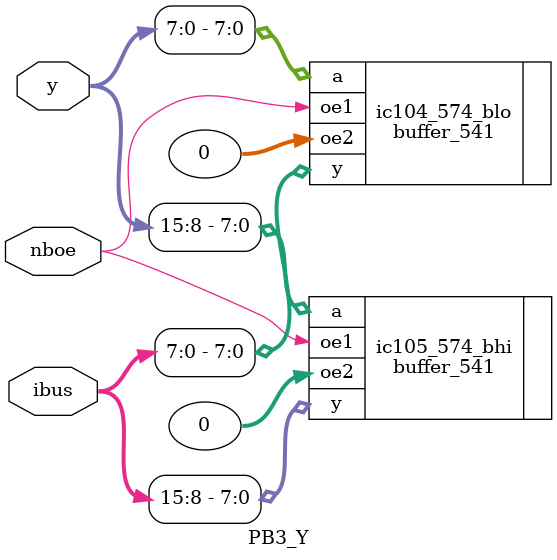
<source format=v>

`include "counter.v"
`include "buffer.v"
`include "vibrator.v"
`include "demux.v"
`include "flipflop.v"
`include "mux.v"

`timescale 1ns/1ps



module PB3_Y(nboe, y, ibus);

   input 	 nboe;
   input [15:0]  y;

   inout [15:0]  ibus;
   
   buffer_541 ic104_574_blo(.a(y[7:0]), .oe1(nboe), .oe2(0), .y(ibus[7:0]));
   buffer_541 ic105_574_bhi(.a(y[15:8]), .oe1(nboe), .oe2(0), .y(ibus[15:8]));

endmodule // PB3_decoder



// End of file.

</source>
